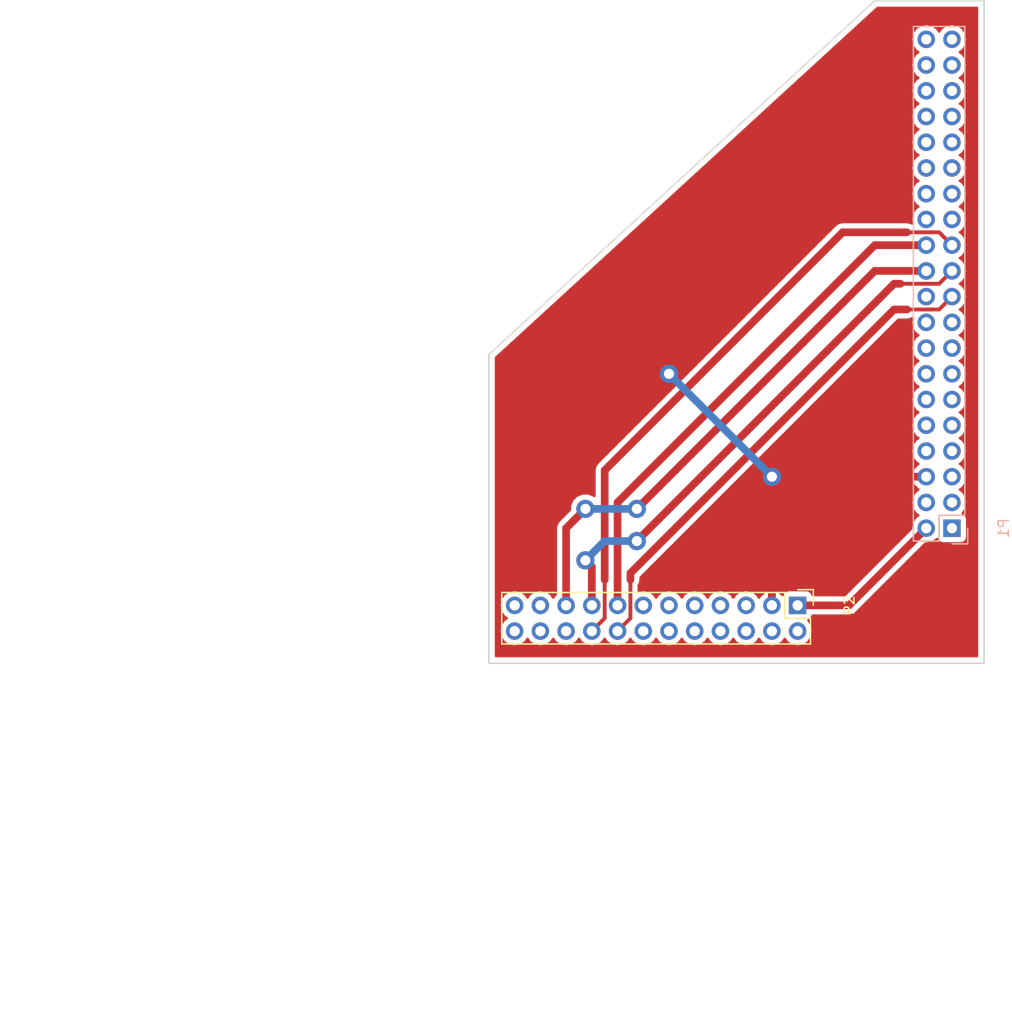
<source format=kicad_pcb>
(kicad_pcb (version 4) (host pcbnew 4.0.5+dfsg1-4)

  (general
    (links 7)
    (no_connects 0)
    (area 40.98143 83.744999 140.795 186.850001)
    (thickness 1.6)
    (drawings 11)
    (tracks 52)
    (zones 0)
    (modules 2)
    (nets 8)
  )

  (page A4)
  (layers
    (0 F.Cu signal)
    (31 B.Cu signal)
    (32 B.Adhes user)
    (33 F.Adhes user)
    (34 B.Paste user)
    (35 F.Paste user)
    (36 B.SilkS user)
    (37 F.SilkS user)
    (38 B.Mask user)
    (39 F.Mask user)
    (40 Dwgs.User user)
    (41 Cmts.User user)
    (42 Eco1.User user)
    (43 Eco2.User user)
    (44 Edge.Cuts user)
    (45 Margin user)
    (46 B.CrtYd user)
    (47 F.CrtYd user)
    (48 B.Fab user)
    (49 F.Fab user)
  )

  (setup
    (last_trace_width 0.762)
    (user_trace_width 0.381)
    (user_trace_width 0.508)
    (user_trace_width 0.762)
    (user_trace_width 1.016)
    (trace_clearance 0.2)
    (zone_clearance 0.508)
    (zone_45_only yes)
    (trace_min 0.2)
    (segment_width 0.2)
    (edge_width 0.15)
    (via_size 1.8)
    (via_drill 1)
    (via_min_size 1.8)
    (via_min_drill 1)
    (uvia_size 0.3)
    (uvia_drill 0.1)
    (uvias_allowed no)
    (uvia_min_size 0)
    (uvia_min_drill 0)
    (pcb_text_width 0.3)
    (pcb_text_size 1.5 1.5)
    (mod_edge_width 0.15)
    (mod_text_size 1 1)
    (mod_text_width 0.15)
    (pad_size 1.524 1.524)
    (pad_drill 0.762)
    (pad_to_mask_clearance 0.2)
    (aux_axis_origin 0 0)
    (visible_elements FFFFFF7F)
    (pcbplotparams
      (layerselection 0x00030_80000001)
      (usegerberextensions false)
      (excludeedgelayer true)
      (linewidth 0.100000)
      (plotframeref false)
      (viasonmask false)
      (mode 1)
      (useauxorigin false)
      (hpglpennumber 1)
      (hpglpenspeed 20)
      (hpglpendiameter 15)
      (hpglpenoverlay 2)
      (psnegative false)
      (psa4output false)
      (plotreference true)
      (plotvalue true)
      (plotinvisibletext false)
      (padsonsilk false)
      (subtractmaskfromsilk false)
      (outputformat 1)
      (mirror false)
      (drillshape 1)
      (scaleselection 1)
      (outputdirectory ""))
  )

  (net 0 "")
  (net 1 "Net-(P1-Pad2)")
  (net 2 "Net-(P1-Pad6)")
  (net 3 "Net-(P1-Pad19)")
  (net 4 "Net-(P1-Pad21)")
  (net 5 "Net-(P1-Pad22)")
  (net 6 "Net-(P1-Pad23)")
  (net 7 "Net-(P1-Pad24)")

  (net_class Default "Esta es la clase de red por defecto."
    (clearance 0.2)
    (trace_width 0.25)
    (via_dia 1.8)
    (via_drill 1)
    (uvia_dia 0.3)
    (uvia_drill 0.1)
    (add_net "Net-(P1-Pad19)")
    (add_net "Net-(P1-Pad2)")
    (add_net "Net-(P1-Pad21)")
    (add_net "Net-(P1-Pad22)")
    (add_net "Net-(P1-Pad23)")
    (add_net "Net-(P1-Pad24)")
    (add_net "Net-(P1-Pad6)")
  )

  (module Socket_Strips:Socket_Strip_Straight_2x20 (layer B.Cu) (tedit 0) (tstamp 5A538DCE)
    (at 134.62 135.89 90)
    (descr "Through hole socket strip")
    (tags "socket strip")
    (path /5A538D67)
    (fp_text reference P1 (at 0 5.1 90) (layer B.SilkS)
      (effects (font (size 1 1) (thickness 0.15)) (justify mirror))
    )
    (fp_text value CONN_02X20 (at 0 3.1 90) (layer B.Fab)
      (effects (font (size 1 1) (thickness 0.15)) (justify mirror))
    )
    (fp_line (start -1.75 1.75) (end -1.75 -4.3) (layer B.CrtYd) (width 0.05))
    (fp_line (start 50.05 1.75) (end 50.05 -4.3) (layer B.CrtYd) (width 0.05))
    (fp_line (start -1.75 1.75) (end 50.05 1.75) (layer B.CrtYd) (width 0.05))
    (fp_line (start -1.75 -4.3) (end 50.05 -4.3) (layer B.CrtYd) (width 0.05))
    (fp_line (start 49.53 -3.81) (end -1.27 -3.81) (layer B.SilkS) (width 0.15))
    (fp_line (start 1.27 1.27) (end 49.53 1.27) (layer B.SilkS) (width 0.15))
    (fp_line (start 49.53 -3.81) (end 49.53 1.27) (layer B.SilkS) (width 0.15))
    (fp_line (start -1.27 -3.81) (end -1.27 -1.27) (layer B.SilkS) (width 0.15))
    (fp_line (start 0 1.55) (end -1.55 1.55) (layer B.SilkS) (width 0.15))
    (fp_line (start -1.27 -1.27) (end 1.27 -1.27) (layer B.SilkS) (width 0.15))
    (fp_line (start 1.27 -1.27) (end 1.27 1.27) (layer B.SilkS) (width 0.15))
    (fp_line (start -1.55 1.55) (end -1.55 0) (layer B.SilkS) (width 0.15))
    (pad 1 thru_hole rect (at 0 0 90) (size 1.7272 1.7272) (drill 1.016) (layers *.Cu *.Mask))
    (pad 2 thru_hole oval (at 0 -2.54 90) (size 1.7272 1.7272) (drill 1.016) (layers *.Cu *.Mask)
      (net 1 "Net-(P1-Pad2)"))
    (pad 3 thru_hole oval (at 2.54 0 90) (size 1.7272 1.7272) (drill 1.016) (layers *.Cu *.Mask))
    (pad 4 thru_hole oval (at 2.54 -2.54 90) (size 1.7272 1.7272) (drill 1.016) (layers *.Cu *.Mask))
    (pad 5 thru_hole oval (at 5.08 0 90) (size 1.7272 1.7272) (drill 1.016) (layers *.Cu *.Mask))
    (pad 6 thru_hole oval (at 5.08 -2.54 90) (size 1.7272 1.7272) (drill 1.016) (layers *.Cu *.Mask)
      (net 2 "Net-(P1-Pad6)"))
    (pad 7 thru_hole oval (at 7.62 0 90) (size 1.7272 1.7272) (drill 1.016) (layers *.Cu *.Mask))
    (pad 8 thru_hole oval (at 7.62 -2.54 90) (size 1.7272 1.7272) (drill 1.016) (layers *.Cu *.Mask))
    (pad 9 thru_hole oval (at 10.16 0 90) (size 1.7272 1.7272) (drill 1.016) (layers *.Cu *.Mask))
    (pad 10 thru_hole oval (at 10.16 -2.54 90) (size 1.7272 1.7272) (drill 1.016) (layers *.Cu *.Mask))
    (pad 11 thru_hole oval (at 12.7 0 90) (size 1.7272 1.7272) (drill 1.016) (layers *.Cu *.Mask))
    (pad 12 thru_hole oval (at 12.7 -2.54 90) (size 1.7272 1.7272) (drill 1.016) (layers *.Cu *.Mask))
    (pad 13 thru_hole oval (at 15.24 0 90) (size 1.7272 1.7272) (drill 1.016) (layers *.Cu *.Mask))
    (pad 14 thru_hole oval (at 15.24 -2.54 90) (size 1.7272 1.7272) (drill 1.016) (layers *.Cu *.Mask))
    (pad 15 thru_hole oval (at 17.78 0 90) (size 1.7272 1.7272) (drill 1.016) (layers *.Cu *.Mask))
    (pad 16 thru_hole oval (at 17.78 -2.54 90) (size 1.7272 1.7272) (drill 1.016) (layers *.Cu *.Mask))
    (pad 17 thru_hole oval (at 20.32 0 90) (size 1.7272 1.7272) (drill 1.016) (layers *.Cu *.Mask))
    (pad 18 thru_hole oval (at 20.32 -2.54 90) (size 1.7272 1.7272) (drill 1.016) (layers *.Cu *.Mask))
    (pad 19 thru_hole oval (at 22.86 0 90) (size 1.7272 1.7272) (drill 1.016) (layers *.Cu *.Mask)
      (net 3 "Net-(P1-Pad19)"))
    (pad 20 thru_hole oval (at 22.86 -2.54 90) (size 1.7272 1.7272) (drill 1.016) (layers *.Cu *.Mask))
    (pad 21 thru_hole oval (at 25.4 0 90) (size 1.7272 1.7272) (drill 1.016) (layers *.Cu *.Mask)
      (net 4 "Net-(P1-Pad21)"))
    (pad 22 thru_hole oval (at 25.4 -2.54 90) (size 1.7272 1.7272) (drill 1.016) (layers *.Cu *.Mask)
      (net 5 "Net-(P1-Pad22)"))
    (pad 23 thru_hole oval (at 27.94 0 90) (size 1.7272 1.7272) (drill 1.016) (layers *.Cu *.Mask)
      (net 6 "Net-(P1-Pad23)"))
    (pad 24 thru_hole oval (at 27.94 -2.54 90) (size 1.7272 1.7272) (drill 1.016) (layers *.Cu *.Mask)
      (net 7 "Net-(P1-Pad24)"))
    (pad 25 thru_hole oval (at 30.48 0 90) (size 1.7272 1.7272) (drill 1.016) (layers *.Cu *.Mask))
    (pad 26 thru_hole oval (at 30.48 -2.54 90) (size 1.7272 1.7272) (drill 1.016) (layers *.Cu *.Mask))
    (pad 27 thru_hole oval (at 33.02 0 90) (size 1.7272 1.7272) (drill 1.016) (layers *.Cu *.Mask))
    (pad 28 thru_hole oval (at 33.02 -2.54 90) (size 1.7272 1.7272) (drill 1.016) (layers *.Cu *.Mask))
    (pad 29 thru_hole oval (at 35.56 0 90) (size 1.7272 1.7272) (drill 1.016) (layers *.Cu *.Mask))
    (pad 30 thru_hole oval (at 35.56 -2.54 90) (size 1.7272 1.7272) (drill 1.016) (layers *.Cu *.Mask))
    (pad 31 thru_hole oval (at 38.1 0 90) (size 1.7272 1.7272) (drill 1.016) (layers *.Cu *.Mask))
    (pad 32 thru_hole oval (at 38.1 -2.54 90) (size 1.7272 1.7272) (drill 1.016) (layers *.Cu *.Mask))
    (pad 33 thru_hole oval (at 40.64 0 90) (size 1.7272 1.7272) (drill 1.016) (layers *.Cu *.Mask))
    (pad 34 thru_hole oval (at 40.64 -2.54 90) (size 1.7272 1.7272) (drill 1.016) (layers *.Cu *.Mask))
    (pad 35 thru_hole oval (at 43.18 0 90) (size 1.7272 1.7272) (drill 1.016) (layers *.Cu *.Mask))
    (pad 36 thru_hole oval (at 43.18 -2.54 90) (size 1.7272 1.7272) (drill 1.016) (layers *.Cu *.Mask))
    (pad 37 thru_hole oval (at 45.72 0 90) (size 1.7272 1.7272) (drill 1.016) (layers *.Cu *.Mask))
    (pad 38 thru_hole oval (at 45.72 -2.54 90) (size 1.7272 1.7272) (drill 1.016) (layers *.Cu *.Mask))
    (pad 39 thru_hole oval (at 48.26 0 90) (size 1.7272 1.7272) (drill 1.016) (layers *.Cu *.Mask))
    (pad 40 thru_hole oval (at 48.26 -2.54 90) (size 1.7272 1.7272) (drill 1.016) (layers *.Cu *.Mask))
    (model Socket_Strips.3dshapes/Socket_Strip_Straight_2x20.wrl
      (at (xyz 0.95 -0.05 0))
      (scale (xyz 1 1 1))
      (rotate (xyz 0 0 180))
    )
  )

  (module Pin_Headers:Pin_Header_Straight_2x12 (layer F.Cu) (tedit 0) (tstamp 5A538DF9)
    (at 119.38 143.51 270)
    (descr "Through hole pin header")
    (tags "pin header")
    (path /5A538E30)
    (fp_text reference P2 (at 0 -5.1 270) (layer F.SilkS)
      (effects (font (size 1 1) (thickness 0.15)))
    )
    (fp_text value CONN_02X12 (at 0 -3.1 270) (layer F.Fab)
      (effects (font (size 1 1) (thickness 0.15)))
    )
    (fp_line (start -1.75 -1.75) (end -1.75 29.7) (layer F.CrtYd) (width 0.05))
    (fp_line (start 4.3 -1.75) (end 4.3 29.7) (layer F.CrtYd) (width 0.05))
    (fp_line (start -1.75 -1.75) (end 4.3 -1.75) (layer F.CrtYd) (width 0.05))
    (fp_line (start -1.75 29.7) (end 4.3 29.7) (layer F.CrtYd) (width 0.05))
    (fp_line (start 3.81 29.21) (end 3.81 -1.27) (layer F.SilkS) (width 0.15))
    (fp_line (start -1.27 1.27) (end -1.27 29.21) (layer F.SilkS) (width 0.15))
    (fp_line (start 3.81 29.21) (end -1.27 29.21) (layer F.SilkS) (width 0.15))
    (fp_line (start 3.81 -1.27) (end 1.27 -1.27) (layer F.SilkS) (width 0.15))
    (fp_line (start 0 -1.55) (end -1.55 -1.55) (layer F.SilkS) (width 0.15))
    (fp_line (start 1.27 -1.27) (end 1.27 1.27) (layer F.SilkS) (width 0.15))
    (fp_line (start 1.27 1.27) (end -1.27 1.27) (layer F.SilkS) (width 0.15))
    (fp_line (start -1.55 -1.55) (end -1.55 0) (layer F.SilkS) (width 0.15))
    (pad 1 thru_hole rect (at 0 0 270) (size 1.7272 1.7272) (drill 1.016) (layers *.Cu *.Mask)
      (net 1 "Net-(P1-Pad2)"))
    (pad 2 thru_hole oval (at 2.54 0 270) (size 1.7272 1.7272) (drill 1.016) (layers *.Cu *.Mask))
    (pad 3 thru_hole oval (at 0 2.54 270) (size 1.7272 1.7272) (drill 1.016) (layers *.Cu *.Mask)
      (net 2 "Net-(P1-Pad6)"))
    (pad 4 thru_hole oval (at 2.54 2.54 270) (size 1.7272 1.7272) (drill 1.016) (layers *.Cu *.Mask))
    (pad 5 thru_hole oval (at 0 5.08 270) (size 1.7272 1.7272) (drill 1.016) (layers *.Cu *.Mask))
    (pad 6 thru_hole oval (at 2.54 5.08 270) (size 1.7272 1.7272) (drill 1.016) (layers *.Cu *.Mask))
    (pad 7 thru_hole oval (at 0 7.62 270) (size 1.7272 1.7272) (drill 1.016) (layers *.Cu *.Mask))
    (pad 8 thru_hole oval (at 2.54 7.62 270) (size 1.7272 1.7272) (drill 1.016) (layers *.Cu *.Mask))
    (pad 9 thru_hole oval (at 0 10.16 270) (size 1.7272 1.7272) (drill 1.016) (layers *.Cu *.Mask))
    (pad 10 thru_hole oval (at 2.54 10.16 270) (size 1.7272 1.7272) (drill 1.016) (layers *.Cu *.Mask))
    (pad 11 thru_hole oval (at 0 12.7 270) (size 1.7272 1.7272) (drill 1.016) (layers *.Cu *.Mask))
    (pad 12 thru_hole oval (at 2.54 12.7 270) (size 1.7272 1.7272) (drill 1.016) (layers *.Cu *.Mask))
    (pad 13 thru_hole oval (at 0 15.24 270) (size 1.7272 1.7272) (drill 1.016) (layers *.Cu *.Mask))
    (pad 14 thru_hole oval (at 2.54 15.24 270) (size 1.7272 1.7272) (drill 1.016) (layers *.Cu *.Mask))
    (pad 15 thru_hole oval (at 0 17.78 270) (size 1.7272 1.7272) (drill 1.016) (layers *.Cu *.Mask)
      (net 7 "Net-(P1-Pad24)"))
    (pad 16 thru_hole oval (at 2.54 17.78 270) (size 1.7272 1.7272) (drill 1.016) (layers *.Cu *.Mask)
      (net 3 "Net-(P1-Pad19)"))
    (pad 17 thru_hole oval (at 0 20.32 270) (size 1.7272 1.7272) (drill 1.016) (layers *.Cu *.Mask)
      (net 4 "Net-(P1-Pad21)"))
    (pad 18 thru_hole oval (at 2.54 20.32 270) (size 1.7272 1.7272) (drill 1.016) (layers *.Cu *.Mask)
      (net 6 "Net-(P1-Pad23)"))
    (pad 19 thru_hole oval (at 0 22.86 270) (size 1.7272 1.7272) (drill 1.016) (layers *.Cu *.Mask)
      (net 5 "Net-(P1-Pad22)"))
    (pad 20 thru_hole oval (at 2.54 22.86 270) (size 1.7272 1.7272) (drill 1.016) (layers *.Cu *.Mask))
    (pad 21 thru_hole oval (at 0 25.4 270) (size 1.7272 1.7272) (drill 1.016) (layers *.Cu *.Mask))
    (pad 22 thru_hole oval (at 2.54 25.4 270) (size 1.7272 1.7272) (drill 1.016) (layers *.Cu *.Mask))
    (pad 23 thru_hole oval (at 0 27.94 270) (size 1.7272 1.7272) (drill 1.016) (layers *.Cu *.Mask))
    (pad 24 thru_hole oval (at 2.54 27.94 270) (size 1.7272 1.7272) (drill 1.016) (layers *.Cu *.Mask))
    (model Pin_Headers.3dshapes/Pin_Header_Straight_2x12.wrl
      (at (xyz 0.05 -0.55 0))
      (scale (xyz 1 1 1))
      (rotate (xyz 0 0 90))
    )
  )

  (gr_line (start 88.9 118.745) (end 127 83.82) (angle 90) (layer Edge.Cuts) (width 0.15))
  (gr_line (start 114.935 149.225) (end 88.9 149.225) (angle 90) (layer Edge.Cuts) (width 0.15))
  (gr_line (start 88.9 149.225) (end 88.9 118.745) (angle 90) (layer Edge.Cuts) (width 0.15))
  (gr_line (start 137.795 149.225) (end 114.935 149.225) (angle 90) (layer Edge.Cuts) (width 0.15))
  (gr_line (start 137.795 138.43) (end 137.795 149.225) (angle 90) (layer Edge.Cuts) (width 0.15))
  (dimension 12.7 (width 0.3) (layer Dwgs.User)
    (gr_text 12,700mm (at 125.73 185.5) (layer Dwgs.User)
      (effects (font (size 1.5 1.5) (thickness 0.3)))
    )
    (feature1 (pts (xy 119.38 125.73) (xy 119.38 186.85)))
    (feature2 (pts (xy 132.08 125.73) (xy 132.08 186.85)))
    (crossbar (pts (xy 132.08 184.15) (xy 119.38 184.15)))
    (arrow1a (pts (xy 119.38 184.15) (xy 120.506504 183.563579)))
    (arrow1b (pts (xy 119.38 184.15) (xy 120.506504 184.736421)))
    (arrow2a (pts (xy 132.08 184.15) (xy 130.953496 183.563579)))
    (arrow2b (pts (xy 132.08 184.15) (xy 130.953496 184.736421)))
  )
  (gr_line (start 137.795 83.82) (end 127 83.82) (angle 90) (layer Edge.Cuts) (width 0.15))
  (gr_line (start 137.795 139.065) (end 137.795 83.82) (angle 90) (layer Edge.Cuts) (width 0.15))
  (dimension 19.685 (width 0.3) (layer Dwgs.User)
    (gr_text 19,685mm (at 122.2375 179.785) (layer Dwgs.User)
      (effects (font (size 1.5 1.5) (thickness 0.3)))
    )
    (feature1 (pts (xy 132.08 131.445) (xy 132.08 181.135)))
    (feature2 (pts (xy 112.395 131.445) (xy 112.395 181.135)))
    (crossbar (pts (xy 112.395 178.435) (xy 132.08 178.435)))
    (arrow1a (pts (xy 132.08 178.435) (xy 130.953496 179.021421)))
    (arrow1b (pts (xy 132.08 178.435) (xy 130.953496 177.848579)))
    (arrow2a (pts (xy 112.395 178.435) (xy 113.521504 179.021421)))
    (arrow2b (pts (xy 112.395 178.435) (xy 113.521504 177.848579)))
  )
  (dimension 19.685 (width 0.3) (layer Dwgs.User)
    (gr_text 19,685mm (at 72.7075 179.785) (layer Dwgs.User)
      (effects (font (size 1.5 1.5) (thickness 0.3)))
    )
    (feature1 (pts (xy 82.55 131.445) (xy 82.55 181.135)))
    (feature2 (pts (xy 62.865 131.445) (xy 62.865 181.135)))
    (crossbar (pts (xy 62.865 178.435) (xy 82.55 178.435)))
    (arrow1a (pts (xy 82.55 178.435) (xy 81.423496 179.021421)))
    (arrow1b (pts (xy 82.55 178.435) (xy 81.423496 177.848579)))
    (arrow2a (pts (xy 62.865 178.435) (xy 63.991504 179.021421)))
    (arrow2b (pts (xy 62.865 178.435) (xy 63.991504 177.848579)))
  )
  (dimension 20.32 (width 0.3) (layer Dwgs.User)
    (gr_text 20,320mm (at 46.91 147.32 270) (layer Dwgs.User)
      (effects (font (size 1.5 1.5) (thickness 0.3)))
    )
    (feature1 (pts (xy 95.885 157.48) (xy 45.56 157.48)))
    (feature2 (pts (xy 95.885 137.16) (xy 45.56 137.16)))
    (crossbar (pts (xy 48.26 137.16) (xy 48.26 157.48)))
    (arrow1a (pts (xy 48.26 157.48) (xy 47.673579 156.353496)))
    (arrow1b (pts (xy 48.26 157.48) (xy 48.846421 156.353496)))
    (arrow2a (pts (xy 48.26 137.16) (xy 47.673579 138.286504)))
    (arrow2b (pts (xy 48.26 137.16) (xy 48.846421 138.286504)))
  )

  (segment (start 119.38 143.51) (end 124.46 143.51) (width 0.762) (layer F.Cu) (net 1))
  (segment (start 124.46 143.51) (end 132.08 135.89) (width 0.762) (layer F.Cu) (net 1) (tstamp 5A6F9125))
  (segment (start 116.84 143.51) (end 116.84 130.81) (width 0.762) (layer F.Cu) (net 2))
  (segment (start 105.41 119.38) (end 104.775 119.38) (width 0.762) (layer F.Cu) (net 2) (tstamp 5A6F9279))
  (segment (start 106.68 120.65) (end 105.41 119.38) (width 0.762) (layer F.Cu) (net 2) (tstamp 5A6F9278))
  (via (at 106.68 120.65) (size 1.8) (drill 1) (layers F.Cu B.Cu) (net 2))
  (segment (start 116.84 130.81) (end 106.68 120.65) (width 0.762) (layer B.Cu) (net 2) (tstamp 5A6F9275))
  (via (at 116.84 130.81) (size 1.8) (drill 1) (layers F.Cu B.Cu) (net 2))
  (segment (start 116.84 143.51) (end 116.84 140.335) (width 0.762) (layer F.Cu) (net 2))
  (segment (start 126.365 130.81) (end 132.08 130.81) (width 0.762) (layer F.Cu) (net 2) (tstamp 5A6F912C))
  (segment (start 116.84 140.335) (end 126.365 130.81) (width 0.762) (layer F.Cu) (net 2) (tstamp 5A6F9129))
  (segment (start 102.87 140.97) (end 102.87 140.335) (width 0.762) (layer F.Cu) (net 3))
  (segment (start 101.6 146.05) (end 102.87 144.78) (width 0.381) (layer F.Cu) (net 3))
  (segment (start 102.87 144.78) (end 102.87 141.605) (width 0.381) (layer F.Cu) (net 3) (tstamp 5A6F9142))
  (segment (start 102.87 140.97) (end 102.87 141.605) (width 0.381) (layer F.Cu) (net 3))
  (segment (start 128.905 114.3) (end 130.175 114.3) (width 0.762) (layer F.Cu) (net 3) (tstamp 5A6F9179))
  (segment (start 102.87 140.335) (end 128.905 114.3) (width 0.762) (layer F.Cu) (net 3) (tstamp 5A6F9173))
  (segment (start 134.62 113.03) (end 133.35 114.3) (width 0.381) (layer F.Cu) (net 3))
  (segment (start 133.35 114.3) (end 130.175 114.3) (width 0.381) (layer F.Cu) (net 3) (tstamp 5A6F915B))
  (segment (start 130.175 114.3) (end 129.54 114.3) (width 0.381) (layer F.Cu) (net 3) (tstamp 5A6F917C))
  (segment (start 99.06 143.51) (end 99.06 139.7) (width 0.762) (layer F.Cu) (net 4))
  (segment (start 130.175 111.76) (end 129.54 111.76) (width 0.381) (layer F.Cu) (net 4) (tstamp 5A6F9192))
  (segment (start 133.35 111.76) (end 130.175 111.76) (width 0.381) (layer F.Cu) (net 4) (tstamp 5A6F9156))
  (segment (start 133.35 111.76) (end 134.62 110.49) (width 0.381) (layer F.Cu) (net 4))
  (segment (start 128.905 111.76) (end 129.54 111.76) (width 0.762) (layer F.Cu) (net 4) (tstamp 5A6F91CA))
  (segment (start 103.505 137.16) (end 128.905 111.76) (width 0.762) (layer F.Cu) (net 4) (tstamp 5A6F91C9))
  (via (at 103.505 137.16) (size 1.8) (drill 1) (layers F.Cu B.Cu) (net 4))
  (segment (start 100.33 137.16) (end 103.505 137.16) (width 0.762) (layer B.Cu) (net 4) (tstamp 5A6F91C7))
  (segment (start 98.425 139.065) (end 100.33 137.16) (width 0.762) (layer B.Cu) (net 4) (tstamp 5A6F91C6))
  (via (at 98.425 139.065) (size 1.8) (drill 1) (layers F.Cu B.Cu) (net 4))
  (segment (start 99.06 139.7) (end 98.425 139.065) (width 0.762) (layer F.Cu) (net 4) (tstamp 5A6F91C4))
  (segment (start 132.08 110.49) (end 127 110.49) (width 0.762) (layer F.Cu) (net 5))
  (segment (start 96.52 135.89) (end 96.52 143.51) (width 0.762) (layer F.Cu) (net 5) (tstamp 5A6F91C1))
  (segment (start 98.425 133.985) (end 96.52 135.89) (width 0.762) (layer F.Cu) (net 5) (tstamp 5A6F91C0))
  (via (at 98.425 133.985) (size 1.8) (drill 1) (layers F.Cu B.Cu) (net 5))
  (segment (start 103.505 133.985) (end 98.425 133.985) (width 0.762) (layer B.Cu) (net 5) (tstamp 5A6F91BD))
  (via (at 103.505 133.985) (size 1.8) (drill 1) (layers F.Cu B.Cu) (net 5))
  (segment (start 127 110.49) (end 103.505 133.985) (width 0.762) (layer F.Cu) (net 5) (tstamp 5A6F91B4))
  (segment (start 131.708502 110.49) (end 132.08 110.861498) (width 1.016) (layer F.Cu) (net 5) (tstamp 5A579279) (status 30))
  (segment (start 132.08 110.861498) (end 132.08 110.49) (width 1.016) (layer F.Cu) (net 5) (tstamp 5A57927C) (status 30))
  (segment (start 100.33 140.97) (end 100.33 130.175) (width 0.762) (layer F.Cu) (net 6))
  (segment (start 99.06 146.05) (end 100.33 144.78) (width 0.381) (layer F.Cu) (net 6))
  (segment (start 100.33 144.78) (end 100.33 141.605) (width 0.381) (layer F.Cu) (net 6) (tstamp 5A6F913D))
  (segment (start 100.33 140.97) (end 100.33 141.605) (width 0.381) (layer F.Cu) (net 6))
  (segment (start 123.825 106.68) (end 130.175 106.68) (width 0.762) (layer F.Cu) (net 6) (tstamp 5A6F918C))
  (segment (start 100.33 130.175) (end 123.825 106.68) (width 0.762) (layer F.Cu) (net 6) (tstamp 5A6F9185))
  (segment (start 134.62 107.95) (end 133.35 106.68) (width 0.381) (layer F.Cu) (net 6))
  (segment (start 133.35 106.68) (end 130.175 106.68) (width 0.381) (layer F.Cu) (net 6) (tstamp 5A6F9151))
  (segment (start 130.175 106.68) (end 129.54 106.68) (width 0.381) (layer F.Cu) (net 6) (tstamp 5A6F9190))
  (segment (start 101.6 143.51) (end 101.6 133.35) (width 0.762) (layer F.Cu) (net 7))
  (segment (start 127 107.95) (end 132.08 107.95) (width 0.762) (layer F.Cu) (net 7) (tstamp 5A6F91AE))
  (segment (start 101.6 133.35) (end 127 107.95) (width 0.762) (layer F.Cu) (net 7) (tstamp 5A6F91AA))

  (zone (net 2) (net_name "Net-(P1-Pad6)") (layer F.Cu) (tstamp 5A577CFD) (hatch edge 0.508)
    (connect_pads (clearance 0.508))
    (min_thickness 0.254)
    (fill yes (arc_segments 16) (thermal_gap 0.508) (thermal_bridge_width 0.508))
    (polygon
      (pts
        (xy 137.795 83.82) (xy 137.795 149.225) (xy 79.375 149.225) (xy 79.375 83.82) (xy 83.185 83.82)
      )
    )
    (filled_polygon
      (pts
        (xy 137.085 148.515) (xy 89.61 148.515) (xy 89.61 143.480641) (xy 89.9414 143.480641) (xy 89.9414 143.539359)
        (xy 90.055474 144.112848) (xy 90.38033 144.599029) (xy 90.651172 144.78) (xy 90.38033 144.960971) (xy 90.055474 145.447152)
        (xy 89.9414 146.020641) (xy 89.9414 146.079359) (xy 90.055474 146.652848) (xy 90.38033 147.139029) (xy 90.866511 147.463885)
        (xy 91.44 147.577959) (xy 92.013489 147.463885) (xy 92.49967 147.139029) (xy 92.71 146.824248) (xy 92.92033 147.139029)
        (xy 93.406511 147.463885) (xy 93.98 147.577959) (xy 94.553489 147.463885) (xy 95.03967 147.139029) (xy 95.25 146.824248)
        (xy 95.46033 147.139029) (xy 95.946511 147.463885) (xy 96.52 147.577959) (xy 97.093489 147.463885) (xy 97.57967 147.139029)
        (xy 97.79 146.824248) (xy 98.00033 147.139029) (xy 98.486511 147.463885) (xy 99.06 147.577959) (xy 99.633489 147.463885)
        (xy 100.11967 147.139029) (xy 100.33 146.824248) (xy 100.54033 147.139029) (xy 101.026511 147.463885) (xy 101.6 147.577959)
        (xy 102.173489 147.463885) (xy 102.65967 147.139029) (xy 102.87 146.824248) (xy 103.08033 147.139029) (xy 103.566511 147.463885)
        (xy 104.14 147.577959) (xy 104.713489 147.463885) (xy 105.19967 147.139029) (xy 105.41 146.824248) (xy 105.62033 147.139029)
        (xy 106.106511 147.463885) (xy 106.68 147.577959) (xy 107.253489 147.463885) (xy 107.73967 147.139029) (xy 107.95 146.824248)
        (xy 108.16033 147.139029) (xy 108.646511 147.463885) (xy 109.22 147.577959) (xy 109.793489 147.463885) (xy 110.27967 147.139029)
        (xy 110.49 146.824248) (xy 110.70033 147.139029) (xy 111.186511 147.463885) (xy 111.76 147.577959) (xy 112.333489 147.463885)
        (xy 112.81967 147.139029) (xy 113.03 146.824248) (xy 113.24033 147.139029) (xy 113.726511 147.463885) (xy 114.3 147.577959)
        (xy 114.873489 147.463885) (xy 115.35967 147.139029) (xy 115.57 146.824248) (xy 115.78033 147.139029) (xy 116.266511 147.463885)
        (xy 116.84 147.577959) (xy 117.413489 147.463885) (xy 117.89967 147.139029) (xy 118.11 146.824248) (xy 118.32033 147.139029)
        (xy 118.806511 147.463885) (xy 119.38 147.577959) (xy 119.953489 147.463885) (xy 120.43967 147.139029) (xy 120.764526 146.652848)
        (xy 120.8786 146.079359) (xy 120.8786 146.020641) (xy 120.764526 145.447152) (xy 120.453426 144.981558) (xy 120.478917 144.976762)
        (xy 120.695041 144.83769) (xy 120.840031 144.62549) (xy 120.860178 144.526) (xy 124.46 144.526) (xy 124.7843 144.461493)
        (xy 124.848807 144.448662) (xy 125.17842 144.22842) (xy 132.003999 137.402842) (xy 132.08 137.417959) (xy 132.653489 137.303885)
        (xy 133.13967 136.979029) (xy 133.148805 136.965358) (xy 133.153238 136.988917) (xy 133.29231 137.205041) (xy 133.50451 137.350031)
        (xy 133.7564 137.40104) (xy 135.4836 137.40104) (xy 135.718917 137.356762) (xy 135.935041 137.21769) (xy 136.080031 137.00549)
        (xy 136.13104 136.7536) (xy 136.13104 135.0264) (xy 136.086762 134.791083) (xy 135.94769 134.574959) (xy 135.73549 134.429969)
        (xy 135.691655 134.421092) (xy 136.004526 133.952848) (xy 136.1186 133.379359) (xy 136.1186 133.320641) (xy 136.004526 132.747152)
        (xy 135.67967 132.260971) (xy 135.408828 132.08) (xy 135.67967 131.899029) (xy 136.004526 131.412848) (xy 136.1186 130.839359)
        (xy 136.1186 130.780641) (xy 136.004526 130.207152) (xy 135.67967 129.720971) (xy 135.408828 129.54) (xy 135.67967 129.359029)
        (xy 136.004526 128.872848) (xy 136.1186 128.299359) (xy 136.1186 128.240641) (xy 136.004526 127.667152) (xy 135.67967 127.180971)
        (xy 135.408828 127) (xy 135.67967 126.819029) (xy 136.004526 126.332848) (xy 136.1186 125.759359) (xy 136.1186 125.700641)
        (xy 136.004526 125.127152) (xy 135.67967 124.640971) (xy 135.408828 124.46) (xy 135.67967 124.279029) (xy 136.004526 123.792848)
        (xy 136.1186 123.219359) (xy 136.1186 123.160641) (xy 136.004526 122.587152) (xy 135.67967 122.100971) (xy 135.408828 121.92)
        (xy 135.67967 121.739029) (xy 136.004526 121.252848) (xy 136.1186 120.679359) (xy 136.1186 120.620641) (xy 136.004526 120.047152)
        (xy 135.67967 119.560971) (xy 135.408828 119.38) (xy 135.67967 119.199029) (xy 136.004526 118.712848) (xy 136.1186 118.139359)
        (xy 136.1186 118.080641) (xy 136.004526 117.507152) (xy 135.67967 117.020971) (xy 135.408828 116.84) (xy 135.67967 116.659029)
        (xy 136.004526 116.172848) (xy 136.1186 115.599359) (xy 136.1186 115.540641) (xy 136.004526 114.967152) (xy 135.67967 114.480971)
        (xy 135.408828 114.3) (xy 135.67967 114.119029) (xy 136.004526 113.632848) (xy 136.1186 113.059359) (xy 136.1186 113.000641)
        (xy 136.004526 112.427152) (xy 135.67967 111.940971) (xy 135.408828 111.76) (xy 135.67967 111.579029) (xy 136.004526 111.092848)
        (xy 136.1186 110.519359) (xy 136.1186 110.460641) (xy 136.004526 109.887152) (xy 135.67967 109.400971) (xy 135.408828 109.22)
        (xy 135.67967 109.039029) (xy 136.004526 108.552848) (xy 136.1186 107.979359) (xy 136.1186 107.920641) (xy 136.004526 107.347152)
        (xy 135.67967 106.860971) (xy 135.408828 106.68) (xy 135.67967 106.499029) (xy 136.004526 106.012848) (xy 136.1186 105.439359)
        (xy 136.1186 105.380641) (xy 136.004526 104.807152) (xy 135.67967 104.320971) (xy 135.408828 104.14) (xy 135.67967 103.959029)
        (xy 136.004526 103.472848) (xy 136.1186 102.899359) (xy 136.1186 102.840641) (xy 136.004526 102.267152) (xy 135.67967 101.780971)
        (xy 135.408828 101.6) (xy 135.67967 101.419029) (xy 136.004526 100.932848) (xy 136.1186 100.359359) (xy 136.1186 100.300641)
        (xy 136.004526 99.727152) (xy 135.67967 99.240971) (xy 135.408828 99.06) (xy 135.67967 98.879029) (xy 136.004526 98.392848)
        (xy 136.1186 97.819359) (xy 136.1186 97.760641) (xy 136.004526 97.187152) (xy 135.67967 96.700971) (xy 135.408828 96.52)
        (xy 135.67967 96.339029) (xy 136.004526 95.852848) (xy 136.1186 95.279359) (xy 136.1186 95.220641) (xy 136.004526 94.647152)
        (xy 135.67967 94.160971) (xy 135.408828 93.98) (xy 135.67967 93.799029) (xy 136.004526 93.312848) (xy 136.1186 92.739359)
        (xy 136.1186 92.680641) (xy 136.004526 92.107152) (xy 135.67967 91.620971) (xy 135.408828 91.44) (xy 135.67967 91.259029)
        (xy 136.004526 90.772848) (xy 136.1186 90.199359) (xy 136.1186 90.140641) (xy 136.004526 89.567152) (xy 135.67967 89.080971)
        (xy 135.408828 88.9) (xy 135.67967 88.719029) (xy 136.004526 88.232848) (xy 136.1186 87.659359) (xy 136.1186 87.600641)
        (xy 136.004526 87.027152) (xy 135.67967 86.540971) (xy 135.193489 86.216115) (xy 134.62 86.102041) (xy 134.046511 86.216115)
        (xy 133.56033 86.540971) (xy 133.35 86.855752) (xy 133.13967 86.540971) (xy 132.653489 86.216115) (xy 132.08 86.102041)
        (xy 131.506511 86.216115) (xy 131.02033 86.540971) (xy 130.695474 87.027152) (xy 130.5814 87.600641) (xy 130.5814 87.659359)
        (xy 130.695474 88.232848) (xy 131.02033 88.719029) (xy 131.291172 88.9) (xy 131.02033 89.080971) (xy 130.695474 89.567152)
        (xy 130.5814 90.140641) (xy 130.5814 90.199359) (xy 130.695474 90.772848) (xy 131.02033 91.259029) (xy 131.291172 91.44)
        (xy 131.02033 91.620971) (xy 130.695474 92.107152) (xy 130.5814 92.680641) (xy 130.5814 92.739359) (xy 130.695474 93.312848)
        (xy 131.02033 93.799029) (xy 131.291172 93.98) (xy 131.02033 94.160971) (xy 130.695474 94.647152) (xy 130.5814 95.220641)
        (xy 130.5814 95.279359) (xy 130.695474 95.852848) (xy 131.02033 96.339029) (xy 131.291172 96.52) (xy 131.02033 96.700971)
        (xy 130.695474 97.187152) (xy 130.5814 97.760641) (xy 130.5814 97.819359) (xy 130.695474 98.392848) (xy 131.02033 98.879029)
        (xy 131.291172 99.06) (xy 131.02033 99.240971) (xy 130.695474 99.727152) (xy 130.5814 100.300641) (xy 130.5814 100.359359)
        (xy 130.695474 100.932848) (xy 131.02033 101.419029) (xy 131.291172 101.6) (xy 131.02033 101.780971) (xy 130.695474 102.267152)
        (xy 130.5814 102.840641) (xy 130.5814 102.899359) (xy 130.695474 103.472848) (xy 131.02033 103.959029) (xy 131.291172 104.14)
        (xy 131.02033 104.320971) (xy 130.695474 104.807152) (xy 130.5814 105.380641) (xy 130.5814 105.439359) (xy 130.653371 105.801184)
        (xy 130.563806 105.741338) (xy 130.175 105.664) (xy 123.825 105.664) (xy 123.436193 105.741338) (xy 123.10658 105.961579)
        (xy 99.61158 129.45658) (xy 99.391338 129.786193) (xy 99.391338 129.786194) (xy 99.314 130.175) (xy 99.314 132.702838)
        (xy 99.295643 132.684449) (xy 98.73167 132.450267) (xy 98.121009 132.449735) (xy 97.556629 132.682932) (xy 97.124449 133.114357)
        (xy 96.890267 133.67833) (xy 96.889914 134.083245) (xy 95.80158 135.17158) (xy 95.581338 135.501193) (xy 95.568507 135.5657)
        (xy 95.504 135.89) (xy 95.504 142.391792) (xy 95.46033 142.420971) (xy 95.25 142.735752) (xy 95.03967 142.420971)
        (xy 94.553489 142.096115) (xy 93.98 141.982041) (xy 93.406511 142.096115) (xy 92.92033 142.420971) (xy 92.71 142.735752)
        (xy 92.49967 142.420971) (xy 92.013489 142.096115) (xy 91.44 141.982041) (xy 90.866511 142.096115) (xy 90.38033 142.420971)
        (xy 90.055474 142.907152) (xy 89.9414 143.480641) (xy 89.61 143.480641) (xy 89.61 119.057329) (xy 127.276179 84.53)
        (xy 137.085 84.53)
      )
    )
    (filled_polygon
      (pts
        (xy 130.5814 115.540641) (xy 130.5814 115.599359) (xy 130.695474 116.172848) (xy 131.02033 116.659029) (xy 131.291172 116.84)
        (xy 131.02033 117.020971) (xy 130.695474 117.507152) (xy 130.5814 118.080641) (xy 130.5814 118.139359) (xy 130.695474 118.712848)
        (xy 131.02033 119.199029) (xy 131.291172 119.38) (xy 131.02033 119.560971) (xy 130.695474 120.047152) (xy 130.5814 120.620641)
        (xy 130.5814 120.679359) (xy 130.695474 121.252848) (xy 131.02033 121.739029) (xy 131.291172 121.92) (xy 131.02033 122.100971)
        (xy 130.695474 122.587152) (xy 130.5814 123.160641) (xy 130.5814 123.219359) (xy 130.695474 123.792848) (xy 131.02033 124.279029)
        (xy 131.291172 124.46) (xy 131.02033 124.640971) (xy 130.695474 125.127152) (xy 130.5814 125.700641) (xy 130.5814 125.759359)
        (xy 130.695474 126.332848) (xy 131.02033 126.819029) (xy 131.291172 127) (xy 131.02033 127.180971) (xy 130.695474 127.667152)
        (xy 130.5814 128.240641) (xy 130.5814 128.299359) (xy 130.695474 128.872848) (xy 131.02033 129.359029) (xy 131.291161 129.539992)
        (xy 130.873179 129.92151) (xy 130.625032 130.450973) (xy 130.745531 130.683) (xy 131.953 130.683) (xy 131.953 130.663)
        (xy 132.207 130.663) (xy 132.207 130.683) (xy 132.227 130.683) (xy 132.227 130.937) (xy 132.207 130.937)
        (xy 132.207 130.957) (xy 131.953 130.957) (xy 131.953 130.937) (xy 130.745531 130.937) (xy 130.625032 131.169027)
        (xy 130.873179 131.69849) (xy 131.291161 132.080008) (xy 131.02033 132.260971) (xy 130.695474 132.747152) (xy 130.5814 133.320641)
        (xy 130.5814 133.379359) (xy 130.695474 133.952848) (xy 131.02033 134.439029) (xy 131.291172 134.62) (xy 131.02033 134.800971)
        (xy 130.695474 135.287152) (xy 130.5814 135.860641) (xy 130.5814 135.919359) (xy 130.586776 135.946384) (xy 124.03916 142.494)
        (xy 120.862364 142.494) (xy 120.846762 142.411083) (xy 120.70769 142.194959) (xy 120.49549 142.049969) (xy 120.2436 141.99896)
        (xy 118.5164 141.99896) (xy 118.281083 142.043238) (xy 118.064959 142.18231) (xy 117.919969 142.39451) (xy 117.900961 142.488375)
        (xy 117.614947 142.227312) (xy 117.199026 142.055042) (xy 116.967 142.176183) (xy 116.967 143.383) (xy 116.987 143.383)
        (xy 116.987 143.637) (xy 116.967 143.637) (xy 116.967 143.657) (xy 116.713 143.657) (xy 116.713 143.637)
        (xy 116.693 143.637) (xy 116.693 143.383) (xy 116.713 143.383) (xy 116.713 142.176183) (xy 116.480974 142.055042)
        (xy 116.065053 142.227312) (xy 115.633179 142.62151) (xy 115.575664 142.744228) (xy 115.35967 142.420971) (xy 114.873489 142.096115)
        (xy 114.3 141.982041) (xy 113.726511 142.096115) (xy 113.24033 142.420971) (xy 113.03 142.735752) (xy 112.81967 142.420971)
        (xy 112.333489 142.096115) (xy 111.76 141.982041) (xy 111.186511 142.096115) (xy 110.70033 142.420971) (xy 110.49 142.735752)
        (xy 110.27967 142.420971) (xy 109.793489 142.096115) (xy 109.22 141.982041) (xy 108.646511 142.096115) (xy 108.16033 142.420971)
        (xy 107.95 142.735752) (xy 107.73967 142.420971) (xy 107.253489 142.096115) (xy 106.68 141.982041) (xy 106.106511 142.096115)
        (xy 105.62033 142.420971) (xy 105.41 142.735752) (xy 105.19967 142.420971) (xy 104.713489 142.096115) (xy 104.14 141.982041)
        (xy 103.6955 142.070458) (xy 103.6955 141.528164) (xy 103.808662 141.358806) (xy 103.886 140.97) (xy 103.886 140.75584)
        (xy 129.325841 115.316) (xy 130.175 115.316) (xy 130.563806 115.238662) (xy 130.653371 115.178816)
      )
    )
  )
)

</source>
